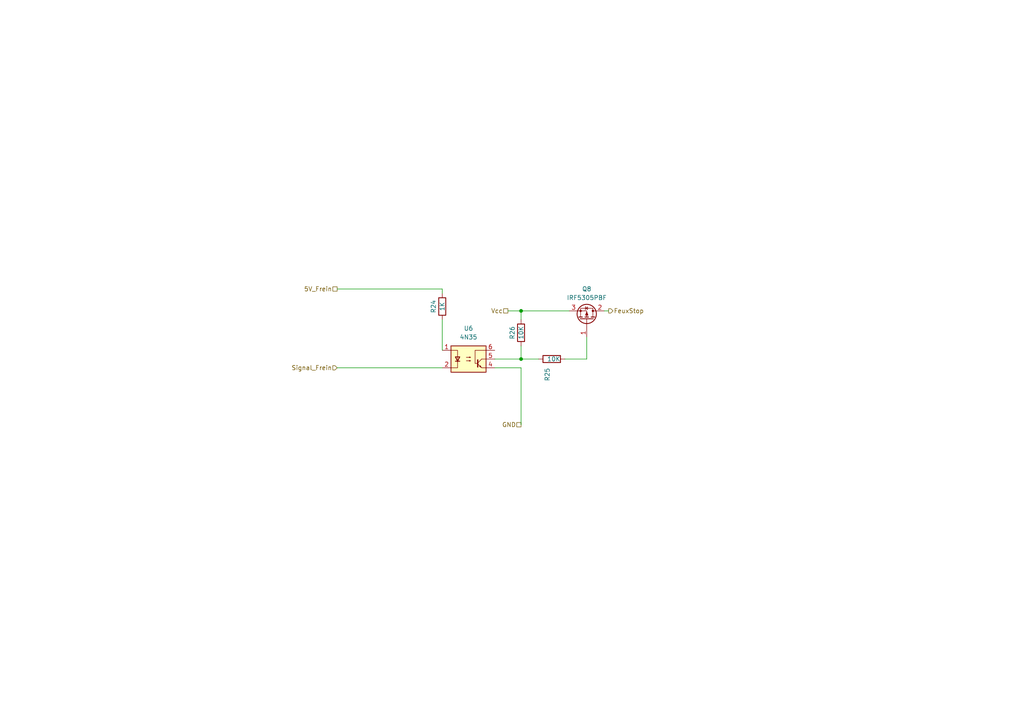
<source format=kicad_sch>
(kicad_sch (version 20211123) (generator eeschema)
  (paper "A4")
  (lib_symbols
    (symbol "Device:R" (pin_numbers hide) (pin_names (offset 0))
      (property "Reference" "R" (at 2.032 0 90))
      (property "Value" "R" (at 0 0 90))
      (symbol "R_0_1"
        (rectangle (start -1.016 -2.54) (end 1.016 2.54) (stroke (width 0.254)))
      )
      (symbol "R_1_1"
        (pin passive line (at 0 3.81 270) (length 1.27) (name "~") (number "1"))
        (pin passive line (at 0 -3.81 90) (length 1.27) (name "~") (number "2"))
      )
    )
    (symbol "Isolator:4N35" (pin_names (offset 1.016))
      (property "Reference" "U" (at -5.08 5.08 0))
      (property "Value" "4N35" (at 0 5.08 0))
      (symbol "4N35_0_1"
        (rectangle (start -5.08 3.81) (end 5.08 -3.81) (stroke (width 0.254)) (fill (type background)))
        (polyline (pts (xy -3.81 -0.635) (xy -2.54 -0.635)) (stroke (width 0.254)))
        (polyline (pts (xy 2.667 -1.397) (xy 3.81 -2.54)))
        (polyline (pts (xy 2.667 -1.143) (xy 3.81 0)))
        (polyline (pts (xy 3.81 -2.54) (xy 5.08 -2.54)))
        (polyline (pts (xy 3.81 0) (xy 5.08 0)))
        (polyline (pts (xy 2.667 -0.254) (xy 2.667 -2.286) (xy 2.667 -2.286)) (stroke (width 0.3556)))
        (polyline (pts (xy -5.08 -2.54) (xy -3.175 -2.54) (xy -3.175 2.54) (xy -5.08 2.54)))
        (polyline (pts (xy -3.175 -0.635) (xy -3.81 0.635) (xy -2.54 0.635) (xy -3.175 -0.635)) (stroke (width 0.254)))
        (polyline (pts (xy 3.683 -2.413) (xy 3.429 -1.905) (xy 3.175 -2.159) (xy 3.683 -2.413)))
        (polyline (pts (xy 5.08 2.54) (xy 1.905 2.54) (xy 1.905 -1.27) (xy 2.54 -1.27)))
        (polyline (pts (xy -0.635 -0.508) (xy 0.635 -0.508) (xy 0.254 -0.635) (xy 0.254 -0.381) (xy 0.635 -0.508)))
        (polyline (pts (xy -0.635 0.508) (xy 0.635 0.508) (xy 0.254 0.381) (xy 0.254 0.635) (xy 0.635 0.508)))
      )
      (symbol "4N35_1_1"
        (pin passive line (at -7.62 2.54 0) (length 2.54) (name "~") (number "1"))
        (pin passive line (at -7.62 -2.54 0) (length 2.54) (name "~") (number "2"))
        (pin no_connect line (at -5.08 0 0) (length 2.54) hide (name "NC") (number "3"))
        (pin passive line (at 7.62 -2.54 180) (length 2.54) (name "~") (number "4"))
        (pin passive line (at 7.62 0 180) (length 2.54) (name "~") (number "5"))
        (pin passive line (at 7.62 2.54 180) (length 2.54) (name "~") (number "6"))
      )
    )
    (symbol "Transistor_FET:FQP27P06" (pin_names hide)
      (property "Reference" "Q" (at 5.08 1.905 0))
      (property "Value" "FQP27P06" (at 5.08 0 0))
      (symbol "FQP27P06_0_1"
        (polyline (pts (xy 0.254 0) (xy -2.54 0)))
        (polyline (pts (xy 0.254 1.905) (xy 0.254 -1.905)) (stroke (width 0.254)))
        (polyline (pts (xy 0.762 -1.27) (xy 0.762 -2.286)) (stroke (width 0.254)))
        (polyline (pts (xy 0.762 0.508) (xy 0.762 -0.508)) (stroke (width 0.254)))
        (polyline (pts (xy 0.762 2.286) (xy 0.762 1.27)) (stroke (width 0.254)))
        (polyline (pts (xy 2.54 2.54) (xy 2.54 1.778)))
        (polyline (pts (xy 2.54 -2.54) (xy 2.54 0) (xy 0.762 0)))
        (polyline (pts (xy 0.762 1.778) (xy 3.302 1.778) (xy 3.302 -1.778) (xy 0.762 -1.778)))
        (polyline (pts (xy 2.286 0) (xy 1.27 0.381) (xy 1.27 -0.381) (xy 2.286 0)) (fill (type outline)))
        (polyline (pts (xy 2.794 -0.508) (xy 2.921 -0.381) (xy 3.683 -0.381) (xy 3.81 -0.254)))
        (polyline (pts (xy 3.302 -0.381) (xy 2.921 0.254) (xy 3.683 0.254) (xy 3.302 -0.381)))
        (circle (center 1.651 0) (radius 2.794) (stroke (width 0.254)))
        (circle (center 2.54 -1.778) (radius 0.254) (fill (type outline)))
        (circle (center 2.54 1.778) (radius 0.254) (fill (type outline)))
      )
      (symbol "FQP27P06_1_1"
        (pin input line (at -5.08 0 0) (length 2.54) (name "G") (number "1"))
        (pin passive line (at 2.54 5.08 270) (length 2.54) (name "D") (number "2"))
        (pin passive line (at 2.54 -5.08 90) (length 2.54) (name "S") (number "3"))
      )
    )
  )
  (junction (at 151.13 104.14))
  (junction (at 151.13 90.17))
  (wire (pts (xy 128.27 85.09) (xy 128.27 83.82)))
  (wire (pts (xy 151.13 90.17) (xy 151.13 92.71)))
  (wire (pts (xy 151.13 100.33) (xy 151.13 104.14)))
  (wire (pts (xy 151.13 104.14) (xy 156.21 104.14)))
  (wire (pts (xy 147.32 90.17) (xy 151.13 90.17)))
  (wire (pts (xy 151.13 104.14) (xy 143.51 104.14)))
  (wire (pts (xy 163.83 104.14) (xy 170.18 104.14)))
  (wire (pts (xy 151.13 106.68) (xy 143.51 106.68)))
  (wire (pts (xy 151.13 106.68) (xy 151.13 123.19)))
  (wire (pts (xy 128.27 92.71) (xy 128.27 101.6)))
  (wire (pts (xy 151.13 90.17) (xy 165.1 90.17)))
  (wire (pts (xy 97.79 83.82) (xy 128.27 83.82)))
  (wire (pts (xy 170.18 104.14) (xy 170.18 97.79)))
  (wire (pts (xy 97.79 106.68) (xy 128.27 106.68)))
  (wire (pts (xy 175.26 90.17) (xy 176.53 90.17)))
  (hierarchical_label "Vcc" (shape passive) (at 147.32 90.17 180))
  (hierarchical_label "Signal_Frein" (shape input) (at 97.79 106.68 180))
  (hierarchical_label "5V_Frein" (shape passive) (at 97.79 83.82 180))
  (hierarchical_label "GND" (shape passive) (at 151.13 123.19 180))
  (hierarchical_label "FeuxStop" (shape output) (at 176.53 90.17 0))
  (symbol (lib_id "Device:R") (at 128.27 88.9 180) (unit 1)
    (property "Reference" "R24" (at 125.73 88.9 90))
    (property "Value" "1K" (at 128.27 88.9 90))
    (property "Footprint" "Resistor_THT:R_Axial_DIN0207_L6.3mm_D2.5mm_P10.16mm_Horizontal" (effects hide))
  )
  (symbol (lib_id "Device:R") (at 160.02 104.14 90) (mirror x) (unit 1)
    (property "Reference" "R25" (at 158.7499 106.68 0) (effects (justify left)))
    (property "Value" "10K" (at 162.56 104.14 90) (effects (justify left)))
    (property "Footprint" "Resistor_THT:R_Axial_DIN0207_L6.3mm_D2.5mm_P10.16mm_Horizontal" (effects hide))
  )
  (symbol (lib_id "Device:R") (at 151.13 96.52 0) (mirror y) (unit 1)
    (property "Reference" "R26" (at 148.59 96.52 90))
    (property "Value" "10K" (at 151.13 96.52 90))
    (property "Footprint" "Resistor_THT:R_Axial_DIN0207_L6.3mm_D2.5mm_P10.16mm_Horizontal" (effects hide))
  )
  (symbol (lib_id "Transistor_FET:FQP27P06") (at 170.18 92.71 270) (mirror x) (unit 1)
    (property "Reference" "Q8" (at 170.18 83.82 90))
    (property "Value" "IRF5305PBF" (at 170.18 86.36 90))
    (property "Footprint" "circuit:TO-220-3_Vertical" (effects hide))
  )
  (symbol (lib_id "Isolator:4N35") (at 135.89 104.14 0) (unit 1)
    (property "Reference" "U6" (at 135.89 95.25 0))
    (property "Value" "4N35" (at 135.89 97.79 0))
    (property "Footprint" "Package_DIP:DIP-6_W7.62mm" (effects hide))
    (property "Datasheet" "https://www.vishay.com/docs/81181/4n35.pdf" (effects hide))
  )
)
</source>
